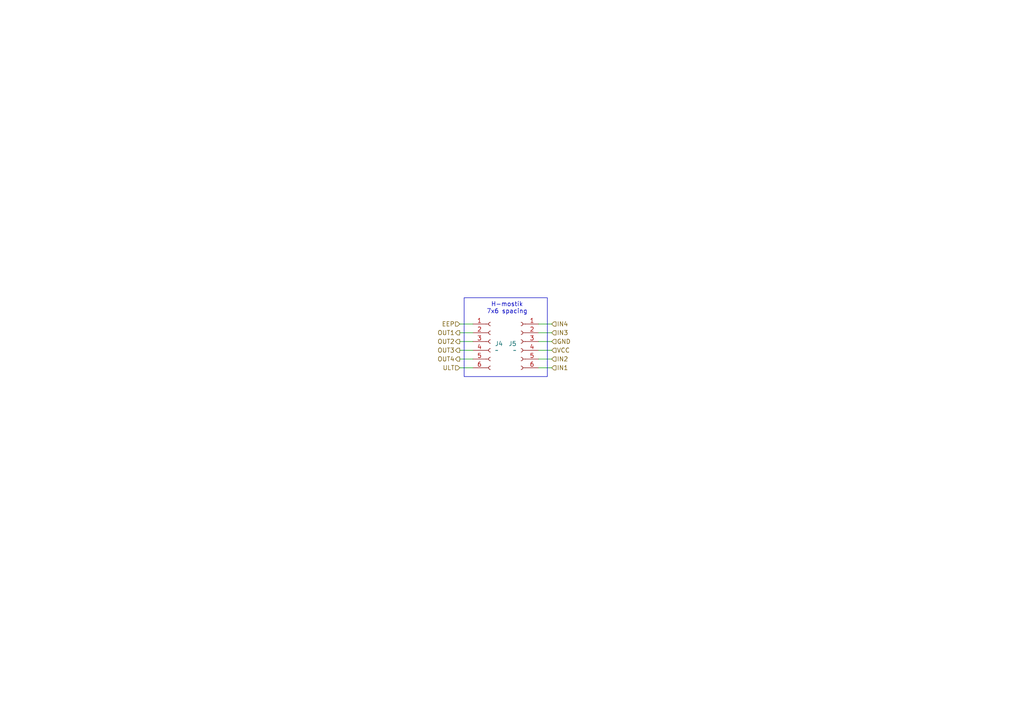
<source format=kicad_sch>
(kicad_sch (version 20250114) (generator "eeschema") (generator_version "9.0")
  (paper "A4")
  (lib_symbols
    (symbol "Conn_01x06_Socket_1" (pin_names (offset 1.016) (hide yes))
      (property "Reference" "J4" (at 1.27 -0.6349 0))
      (property "Value" "~" (at 1.27 -2.54 0))
      (symbol "Conn_01x06_Socket_1_1_1"
        (polyline (pts (xy -1.27 5.08) (xy -0.508 5.08)) (stroke (width 0.1524)))
        (polyline (pts (xy -1.27 2.54) (xy -0.508 2.54)) (stroke (width 0.1524)))
        (polyline (pts (xy -1.27 0) (xy -0.508 0)) (stroke (width 0.1524)))
        (polyline (pts (xy -1.27 -2.54) (xy -0.508 -2.54)) (stroke (width 0.1524)))
        (polyline (pts (xy -1.27 -5.08) (xy -0.508 -5.08)) (stroke (width 0.1524)))
        (polyline (pts (xy -1.27 -7.62) (xy -0.508 -7.62)) (stroke (width 0.1524)))
        (arc (start 0 4.572) (mid -0.5058 5.08) (end 0 5.588) (stroke (width 0.1524)))
        (arc (start 0 2.032) (mid -0.5058 2.54) (end 0 3.048) (stroke (width 0.1524)))
        (arc (start 0 -0.508) (mid -0.5058 0) (end 0 0.508) (stroke (width 0.1524)))
        (arc (start 0 -3.048) (mid -0.5058 -2.54) (end 0 -2.032) (stroke (width 0.1524)))
        (arc (start 0 -5.588) (mid -0.5058 -5.08) (end 0 -4.572) (stroke (width 0.1524)))
        (arc (start 0 -8.128) (mid -0.5058 -7.62) (end 0 -7.112) (stroke (width 0.1524)))
        (pin passive line (at -5.08 5.08 0) (length 3.81) (name "Pin_1") (number "1"))
        (pin passive line (at -5.08 2.54 0) (length 3.81) (name "Pin_2") (number "2"))
        (pin passive line (at -5.08 0 0) (length 3.81) (name "Pin_3") (number "3"))
        (pin passive line (at -5.08 -2.54 0) (length 3.81) (name "Pin_4") (number "4"))
        (pin passive line (at -5.08 -5.08 0) (length 3.81) (name "Pin_5") (number "5"))
        (pin passive line (at -5.08 -7.62 0) (length 3.81) (name "Pin_6") (number "6"))
      )
    )
    (symbol "Connector:Conn_01x06_Socket" (pin_names (offset 1.016) (hide yes))
      (property "Reference" "J" (at 0 7.62 0))
      (property "Value" "Conn_01x06_Socket" (at 0 -10.16 0))
      (symbol "Conn_01x06_Socket_1_1"
        (polyline (pts (xy -1.27 5.08) (xy -0.508 5.08)) (stroke (width 0.1524)))
        (polyline (pts (xy -1.27 2.54) (xy -0.508 2.54)) (stroke (width 0.1524)))
        (polyline (pts (xy -1.27 0) (xy -0.508 0)) (stroke (width 0.1524)))
        (polyline (pts (xy -1.27 -2.54) (xy -0.508 -2.54)) (stroke (width 0.1524)))
        (polyline (pts (xy -1.27 -5.08) (xy -0.508 -5.08)) (stroke (width 0.1524)))
        (polyline (pts (xy -1.27 -7.62) (xy -0.508 -7.62)) (stroke (width 0.1524)))
        (arc (start 0 4.572) (mid -0.5058 5.08) (end 0 5.588) (stroke (width 0.1524)))
        (arc (start 0 2.032) (mid -0.5058 2.54) (end 0 3.048) (stroke (width 0.1524)))
        (arc (start 0 -0.508) (mid -0.5058 0) (end 0 0.508) (stroke (width 0.1524)))
        (arc (start 0 -3.048) (mid -0.5058 -2.54) (end 0 -2.032) (stroke (width 0.1524)))
        (arc (start 0 -5.588) (mid -0.5058 -5.08) (end 0 -4.572) (stroke (width 0.1524)))
        (arc (start 0 -8.128) (mid -0.5058 -7.62) (end 0 -7.112) (stroke (width 0.1524)))
        (pin passive line (at -5.08 5.08 0) (length 3.81) (name "Pin_1") (number "1"))
        (pin passive line (at -5.08 2.54 0) (length 3.81) (name "Pin_2") (number "2"))
        (pin passive line (at -5.08 0 0) (length 3.81) (name "Pin_3") (number "3"))
        (pin passive line (at -5.08 -2.54 0) (length 3.81) (name "Pin_4") (number "4"))
        (pin passive line (at -5.08 -5.08 0) (length 3.81) (name "Pin_5") (number "5"))
        (pin passive line (at -5.08 -7.62 0) (length 3.81) (name "Pin_6") (number "6"))
      )
    )
  )
  (rectangle (start 134.62 86.36) (end 158.75 109.22))
  (text "H-mostík\n7x6 spacing" (at 147.066 89.408 0) (effects (font (size 1.27 1.27))))
  (wire (pts (xy 133.35 99.06) (xy 137.16 99.06)))
  (wire (pts (xy 133.35 106.68) (xy 137.16 106.68)))
  (wire (pts (xy 156.21 96.52) (xy 160.02 96.52)))
  (wire (pts (xy 156.21 104.14) (xy 160.02 104.14)))
  (wire (pts (xy 133.35 96.52) (xy 137.16 96.52)))
  (wire (pts (xy 156.21 106.68) (xy 160.02 106.68)))
  (wire (pts (xy 133.35 93.98) (xy 137.16 93.98)))
  (wire (pts (xy 156.21 99.06) (xy 160.02 99.06)))
  (wire (pts (xy 133.35 101.6) (xy 137.16 101.6)))
  (wire (pts (xy 156.21 93.98) (xy 160.02 93.98)))
  (wire (pts (xy 133.35 104.14) (xy 137.16 104.14)))
  (wire (pts (xy 156.21 101.6) (xy 160.02 101.6)))
  (hierarchical_label "EEP" (shape input) (at 133.35 93.98 180))
  (hierarchical_label "ULT" (shape input) (at 133.35 106.68 180))
  (hierarchical_label "GND" (shape input) (at 160.02 99.06 0))
  (hierarchical_label "IN2" (shape input) (at 160.02 104.14 0))
  (hierarchical_label "IN1" (shape input) (at 160.02 106.68 0))
  (hierarchical_label "VCC" (shape input) (at 160.02 101.6 0))
  (hierarchical_label "IN3" (shape input) (at 160.02 96.52 0))
  (hierarchical_label "OUT3" (shape output) (at 133.35 101.6 180))
  (hierarchical_label "OUT2" (shape output) (at 133.35 99.06 180))
  (hierarchical_label "OUT4" (shape output) (at 133.35 104.14 180))
  (hierarchical_label "IN4" (shape input) (at 160.02 93.98 0))
  (hierarchical_label "OUT1" (shape output) (at 133.35 96.52 180))
  (symbol (lib_name "Conn_01x06_Socket_1") (lib_id "Connector:Conn_01x06_Socket") (at 142.24 99.06 0) (unit 1)
    (property "Reference" "J4" (at 143.51 99.6949 0) (effects (justify left)))
    (property "Value" "~" (at 143.51 101.6 0) (effects (justify left)))
    (property "Description" "Generic connector, single row, 01x06, script generated" (effects (hide yes)))
  )
  (symbol (lib_id "Connector:Conn_01x06_Socket") (at 151.13 99.06 0) (mirror y) (unit 1)
    (property "Reference" "J5" (at 149.86 99.6949 0) (effects (justify left)))
    (property "Value" "~" (at 149.86 101.6 0) (effects (justify left)))
    (property "Description" "Generic connector, single row, 01x06, script generated" (effects (hide yes)))
  )
)
</source>
